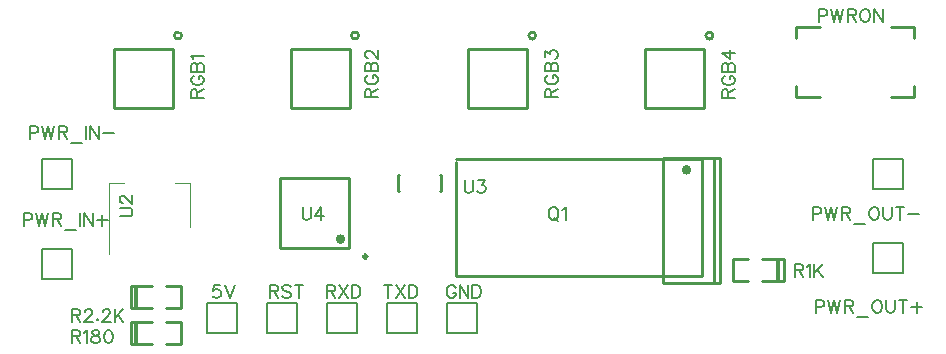
<source format=gto>
G04 ---------------------------- Layer name :TOP SILK LAYER*
G04 EasyEDA v5.4.12, Tue, 22 May 2018 18:49:31 GMT*
G04 d7c983edca6a4b4588ebda3a34a87f28*
G04 Gerber Generator version 0.2*
G04 Scale: 100 percent, Rotated: No, Reflected: No *
G04 Dimensions in millimeters *
G04 leading zeros omitted , absolute positions ,3 integer and 3 decimal *
%FSLAX33Y33*%
%MOMM*%
G90*
G71D02*

%ADD10C,0.254000*%
%ADD11C,0.399999*%
%ADD14C,0.203200*%
%ADD27C,0.119990*%
%ADD28C,0.249999*%
%ADD29C,0.330200*%
%ADD30C,0.202999*%
%ADD31C,0.299999*%
%ADD32C,0.177800*%

%LPD*%
G54D10*
G01X37338Y19304D02*
G01X58166Y19304D01*
G01X58166Y9398D01*
G01X37338Y9398D01*
G01X37338Y19050D01*
G54D27*
G01X14841Y13540D02*
G01X14841Y17302D01*
G01X13578Y17302D01*
G01X8018Y11292D02*
G01X8018Y17302D01*
G01X9281Y17302D01*
G54D10*
G01X35991Y17932D02*
G01X36093Y17932D01*
G01X36093Y16611D01*
G01X35991Y16611D01*
G01X32588Y16611D02*
G01X32435Y16611D01*
G01X32435Y17932D01*
G01X32588Y17932D01*
G01X68171Y24521D02*
G01X66169Y24521D01*
G01X66169Y25521D01*
G01X74170Y30520D02*
G01X76169Y30520D01*
G01X76169Y29519D01*
G01X66169Y29519D02*
G01X66169Y30520D01*
G01X68171Y30520D01*
G01X76169Y25521D02*
G01X76169Y24521D01*
G01X74170Y24521D01*
G54D28*
G01X58379Y28661D02*
G01X58379Y23662D01*
G01X58379Y23662D02*
G01X53380Y23662D01*
G01X53380Y28661D02*
G01X53380Y23662D01*
G01X58379Y28663D02*
G01X53380Y28663D01*
G01X43380Y28661D02*
G01X43380Y23662D01*
G01X43380Y23662D02*
G01X38379Y23662D01*
G01X38379Y28661D02*
G01X38379Y23662D01*
G01X43380Y28663D02*
G01X38379Y28663D01*
G01X28379Y28661D02*
G01X28379Y23662D01*
G01X28379Y23662D02*
G01X23380Y23662D01*
G01X23380Y28661D02*
G01X23380Y23662D01*
G01X28379Y28663D02*
G01X23380Y28663D01*
G01X13380Y28661D02*
G01X13380Y23662D01*
G01X13380Y23662D02*
G01X8379Y23662D01*
G01X8379Y28661D02*
G01X8379Y23662D01*
G01X13380Y28663D02*
G01X8379Y28663D01*
G54D29*
G01X64637Y10779D02*
G01X64637Y9032D01*
G54D10*
G01X63312Y10833D02*
G01X65112Y10833D01*
G01X65112Y8978D01*
G01X62113Y10833D02*
G01X60838Y10833D01*
G01X60838Y8978D01*
G01X60838Y8978D02*
G01X62113Y8978D01*
G01X63312Y8978D02*
G01X65112Y8978D01*
G54D29*
G01X10292Y3698D02*
G01X10292Y5445D01*
G54D10*
G01X11617Y3644D02*
G01X9817Y3644D01*
G01X9817Y5499D01*
G01X12816Y3644D02*
G01X14091Y3644D01*
G01X14091Y5499D01*
G01X14091Y5499D02*
G01X12816Y5499D01*
G01X11617Y5499D02*
G01X9817Y5499D01*
G54D29*
G01X10292Y6746D02*
G01X10292Y8493D01*
G54D10*
G01X11617Y6692D02*
G01X9817Y6692D01*
G01X9817Y8547D01*
G01X12816Y6692D02*
G01X14091Y6692D01*
G01X14091Y8547D01*
G01X14091Y8547D02*
G01X12816Y8547D01*
G01X11617Y8547D02*
G01X9817Y8547D01*
G01X59695Y19397D02*
G01X59695Y8796D01*
G01X54897Y8796D01*
G01X54897Y19397D01*
G01X59695Y19397D01*
G01X59197Y8796D02*
G01X59197Y19397D01*
G01X22451Y11783D02*
G01X28348Y11783D01*
G01X28348Y17680D01*
G01X22451Y17680D01*
G01X22451Y11783D01*
G54D14*
G01X28956Y4572D02*
G01X26416Y4572D01*
G01X26416Y7112D01*
G01X28956Y7112D01*
G01X28956Y5207D01*
G54D30*
G01X28956Y4572D02*
G01X28956Y5207D01*
G54D14*
G01X34036Y4572D02*
G01X31496Y4572D01*
G01X31496Y7112D01*
G01X34036Y7112D01*
G01X34036Y5207D01*
G54D30*
G01X34036Y4572D02*
G01X34036Y5207D01*
G54D14*
G01X23876Y4572D02*
G01X21336Y4572D01*
G01X21336Y7112D01*
G01X23876Y7112D01*
G01X23876Y5207D01*
G54D30*
G01X23876Y4572D02*
G01X23876Y5207D01*
G54D14*
G01X39116Y4572D02*
G01X36576Y4572D01*
G01X36576Y7112D01*
G01X39116Y7112D01*
G01X39116Y5207D01*
G54D30*
G01X39116Y4572D02*
G01X39116Y5207D01*
G54D14*
G01X18796Y4572D02*
G01X16256Y4572D01*
G01X16256Y7112D01*
G01X18796Y7112D01*
G01X18796Y5207D01*
G54D30*
G01X18796Y4572D02*
G01X18796Y5207D01*
G54D14*
G01X4826Y9144D02*
G01X2286Y9144D01*
G01X2286Y11684D01*
G01X4826Y11684D01*
G01X4826Y9779D01*
G54D30*
G01X4826Y9144D02*
G01X4826Y9779D01*
G54D14*
G01X4826Y16764D02*
G01X2286Y16764D01*
G01X2286Y19304D01*
G01X4826Y19304D01*
G01X4826Y17399D01*
G54D30*
G01X4826Y16764D02*
G01X4826Y17399D01*
G54D14*
G01X75184Y16764D02*
G01X72644Y16764D01*
G01X72644Y19304D01*
G01X75184Y19304D01*
G01X75184Y17399D01*
G54D30*
G01X75184Y16764D02*
G01X75184Y17399D01*
G54D14*
G01X75184Y9652D02*
G01X72644Y9652D01*
G01X72644Y12192D01*
G01X75184Y12192D01*
G01X75184Y10287D01*
G54D30*
G01X75184Y9652D02*
G01X75184Y10287D01*
G54D32*
G01X8890Y14457D02*
G01X9667Y14457D01*
G01X9824Y14508D01*
G01X9928Y14612D01*
G01X9979Y14770D01*
G01X9979Y14874D01*
G01X9928Y15029D01*
G01X9824Y15133D01*
G01X9667Y15184D01*
G01X8890Y15184D01*
G01X9149Y15580D02*
G01X9095Y15580D01*
G01X8991Y15631D01*
G01X8940Y15684D01*
G01X8890Y15788D01*
G01X8890Y15994D01*
G01X8940Y16098D01*
G01X8991Y16151D01*
G01X9095Y16202D01*
G01X9199Y16202D01*
G01X9304Y16151D01*
G01X9461Y16047D01*
G01X9979Y15526D01*
G01X9979Y16255D01*
G01X38100Y17526D02*
G01X38100Y16748D01*
G01X38150Y16591D01*
G01X38254Y16487D01*
G01X38412Y16436D01*
G01X38516Y16436D01*
G01X38671Y16487D01*
G01X38775Y16591D01*
G01X38826Y16748D01*
G01X38826Y17526D01*
G01X39273Y17526D02*
G01X39844Y17526D01*
G01X39535Y17111D01*
G01X39690Y17111D01*
G01X39794Y17058D01*
G01X39844Y17007D01*
G01X39898Y16852D01*
G01X39898Y16748D01*
G01X39844Y16591D01*
G01X39740Y16487D01*
G01X39585Y16436D01*
G01X39430Y16436D01*
G01X39273Y16487D01*
G01X39222Y16540D01*
G01X39169Y16644D01*
G01X68072Y32003D02*
G01X68072Y30914D01*
G01X68072Y32003D02*
G01X68539Y32003D01*
G01X68694Y31953D01*
G01X68747Y31902D01*
G01X68798Y31798D01*
G01X68798Y31640D01*
G01X68747Y31536D01*
G01X68694Y31485D01*
G01X68539Y31432D01*
G01X68072Y31432D01*
G01X69141Y32003D02*
G01X69402Y30914D01*
G01X69662Y32003D02*
G01X69402Y30914D01*
G01X69662Y32003D02*
G01X69921Y30914D01*
G01X70180Y32003D02*
G01X69921Y30914D01*
G01X70523Y32003D02*
G01X70523Y30914D01*
G01X70523Y32003D02*
G01X70993Y32003D01*
G01X71147Y31953D01*
G01X71198Y31902D01*
G01X71252Y31798D01*
G01X71252Y31694D01*
G01X71198Y31589D01*
G01X71147Y31536D01*
G01X70993Y31485D01*
G01X70523Y31485D01*
G01X70888Y31485D02*
G01X71252Y30914D01*
G01X71907Y32003D02*
G01X71803Y31953D01*
G01X71699Y31849D01*
G01X71645Y31744D01*
G01X71594Y31589D01*
G01X71594Y31330D01*
G01X71645Y31173D01*
G01X71699Y31069D01*
G01X71803Y30965D01*
G01X71907Y30914D01*
G01X72113Y30914D01*
G01X72217Y30965D01*
G01X72321Y31069D01*
G01X72374Y31173D01*
G01X72425Y31330D01*
G01X72425Y31589D01*
G01X72374Y31744D01*
G01X72321Y31849D01*
G01X72217Y31953D01*
G01X72113Y32003D01*
G01X71907Y32003D01*
G01X72768Y32003D02*
G01X72768Y30914D01*
G01X72768Y32003D02*
G01X73494Y30914D01*
G01X73494Y32003D02*
G01X73494Y30914D01*
G01X59888Y24500D02*
G01X60977Y24500D01*
G01X59888Y24500D02*
G01X59888Y24968D01*
G01X59938Y25123D01*
G01X59989Y25176D01*
G01X60093Y25227D01*
G01X60198Y25227D01*
G01X60302Y25176D01*
G01X60355Y25123D01*
G01X60406Y24968D01*
G01X60406Y24500D01*
G01X60406Y24864D02*
G01X60977Y25227D01*
G01X60147Y26349D02*
G01X60043Y26299D01*
G01X59938Y26195D01*
G01X59888Y26090D01*
G01X59888Y25882D01*
G01X59938Y25778D01*
G01X60043Y25674D01*
G01X60147Y25623D01*
G01X60302Y25570D01*
G01X60561Y25570D01*
G01X60718Y25623D01*
G01X60822Y25674D01*
G01X60926Y25778D01*
G01X60977Y25882D01*
G01X60977Y26090D01*
G01X60926Y26195D01*
G01X60822Y26299D01*
G01X60718Y26349D01*
G01X60561Y26349D01*
G01X60561Y26090D02*
G01X60561Y26349D01*
G01X59888Y26692D02*
G01X60977Y26692D01*
G01X59888Y26692D02*
G01X59888Y27160D01*
G01X59938Y27317D01*
G01X59989Y27368D01*
G01X60093Y27421D01*
G01X60198Y27421D01*
G01X60302Y27368D01*
G01X60355Y27317D01*
G01X60406Y27160D01*
G01X60406Y26692D02*
G01X60406Y27160D01*
G01X60459Y27317D01*
G01X60510Y27368D01*
G01X60614Y27421D01*
G01X60769Y27421D01*
G01X60873Y27368D01*
G01X60926Y27317D01*
G01X60977Y27160D01*
G01X60977Y26692D01*
G01X59888Y28282D02*
G01X60614Y27764D01*
G01X60614Y28541D01*
G01X59888Y28282D02*
G01X60977Y28282D01*
G01X44902Y24554D02*
G01X45991Y24554D01*
G01X44902Y24554D02*
G01X44902Y25021D01*
G01X44952Y25176D01*
G01X45003Y25227D01*
G01X45107Y25280D01*
G01X45212Y25280D01*
G01X45316Y25227D01*
G01X45369Y25176D01*
G01X45420Y25021D01*
G01X45420Y24554D01*
G01X45420Y24917D02*
G01X45991Y25280D01*
G01X45161Y26403D02*
G01X45057Y26349D01*
G01X44952Y26245D01*
G01X44902Y26141D01*
G01X44902Y25935D01*
G01X44952Y25831D01*
G01X45057Y25727D01*
G01X45161Y25674D01*
G01X45316Y25623D01*
G01X45575Y25623D01*
G01X45732Y25674D01*
G01X45836Y25727D01*
G01X45941Y25831D01*
G01X45991Y25935D01*
G01X45991Y26141D01*
G01X45941Y26245D01*
G01X45836Y26349D01*
G01X45732Y26403D01*
G01X45575Y26403D01*
G01X45575Y26141D02*
G01X45575Y26403D01*
G01X44902Y26746D02*
G01X45991Y26746D01*
G01X44902Y26746D02*
G01X44902Y27213D01*
G01X44952Y27368D01*
G01X45003Y27421D01*
G01X45107Y27472D01*
G01X45212Y27472D01*
G01X45316Y27421D01*
G01X45369Y27368D01*
G01X45420Y27213D01*
G01X45420Y26746D02*
G01X45420Y27213D01*
G01X45473Y27368D01*
G01X45524Y27421D01*
G01X45628Y27472D01*
G01X45783Y27472D01*
G01X45887Y27421D01*
G01X45941Y27368D01*
G01X45991Y27213D01*
G01X45991Y26746D01*
G01X44902Y27919D02*
G01X44902Y28491D01*
G01X45316Y28178D01*
G01X45316Y28336D01*
G01X45369Y28440D01*
G01X45420Y28491D01*
G01X45575Y28541D01*
G01X45679Y28541D01*
G01X45836Y28491D01*
G01X45941Y28387D01*
G01X45991Y28232D01*
G01X45991Y28074D01*
G01X45941Y27919D01*
G01X45887Y27868D01*
G01X45783Y27815D01*
G01X29662Y24551D02*
G01X30751Y24551D01*
G01X29662Y24551D02*
G01X29662Y25018D01*
G01X29712Y25173D01*
G01X29763Y25227D01*
G01X29867Y25278D01*
G01X29971Y25278D01*
G01X30076Y25227D01*
G01X30129Y25173D01*
G01X30180Y25018D01*
G01X30180Y24551D01*
G01X30180Y24914D02*
G01X30751Y25278D01*
G01X29921Y26400D02*
G01X29817Y26349D01*
G01X29712Y26245D01*
G01X29662Y26141D01*
G01X29662Y25933D01*
G01X29712Y25829D01*
G01X29817Y25725D01*
G01X29921Y25674D01*
G01X30076Y25620D01*
G01X30335Y25620D01*
G01X30492Y25674D01*
G01X30596Y25725D01*
G01X30700Y25829D01*
G01X30751Y25933D01*
G01X30751Y26141D01*
G01X30700Y26245D01*
G01X30596Y26349D01*
G01X30492Y26400D01*
G01X30335Y26400D01*
G01X30335Y26141D02*
G01X30335Y26400D01*
G01X29662Y26743D02*
G01X30751Y26743D01*
G01X29662Y26743D02*
G01X29662Y27210D01*
G01X29712Y27368D01*
G01X29763Y27419D01*
G01X29867Y27472D01*
G01X29971Y27472D01*
G01X30076Y27419D01*
G01X30129Y27368D01*
G01X30180Y27210D01*
G01X30180Y26743D02*
G01X30180Y27210D01*
G01X30233Y27368D01*
G01X30284Y27419D01*
G01X30388Y27472D01*
G01X30543Y27472D01*
G01X30647Y27419D01*
G01X30700Y27368D01*
G01X30751Y27210D01*
G01X30751Y26743D01*
G01X29921Y27866D02*
G01X29867Y27866D01*
G01X29763Y27917D01*
G01X29712Y27970D01*
G01X29662Y28074D01*
G01X29662Y28282D01*
G01X29712Y28387D01*
G01X29763Y28437D01*
G01X29867Y28488D01*
G01X29971Y28488D01*
G01X30076Y28437D01*
G01X30233Y28333D01*
G01X30751Y27815D01*
G01X30751Y28541D01*
G01X14930Y24513D02*
G01X16019Y24513D01*
G01X14930Y24513D02*
G01X14930Y24980D01*
G01X14980Y25135D01*
G01X15031Y25186D01*
G01X15135Y25239D01*
G01X15240Y25239D01*
G01X15344Y25186D01*
G01X15397Y25135D01*
G01X15448Y24980D01*
G01X15448Y24513D01*
G01X15448Y24876D02*
G01X16019Y25239D01*
G01X15189Y26362D02*
G01X15085Y26309D01*
G01X14980Y26205D01*
G01X14930Y26101D01*
G01X14930Y25895D01*
G01X14980Y25791D01*
G01X15085Y25686D01*
G01X15189Y25633D01*
G01X15344Y25582D01*
G01X15603Y25582D01*
G01X15760Y25633D01*
G01X15864Y25686D01*
G01X15968Y25791D01*
G01X16019Y25895D01*
G01X16019Y26101D01*
G01X15968Y26205D01*
G01X15864Y26309D01*
G01X15760Y26362D01*
G01X15603Y26362D01*
G01X15603Y26101D02*
G01X15603Y26362D01*
G01X14930Y26705D02*
G01X16019Y26705D01*
G01X14930Y26705D02*
G01X14930Y27172D01*
G01X14980Y27327D01*
G01X15031Y27381D01*
G01X15135Y27431D01*
G01X15240Y27431D01*
G01X15344Y27381D01*
G01X15397Y27327D01*
G01X15448Y27172D01*
G01X15448Y26705D02*
G01X15448Y27172D01*
G01X15501Y27327D01*
G01X15552Y27381D01*
G01X15656Y27431D01*
G01X15811Y27431D01*
G01X15915Y27381D01*
G01X15968Y27327D01*
G01X16019Y27172D01*
G01X16019Y26705D01*
G01X15135Y27774D02*
G01X15085Y27879D01*
G01X14930Y28033D01*
G01X16019Y28033D01*
G01X66039Y10414D02*
G01X66039Y9324D01*
G01X66039Y10414D02*
G01X66507Y10414D01*
G01X66662Y10363D01*
G01X66715Y10312D01*
G01X66766Y10208D01*
G01X66766Y10104D01*
G01X66715Y10000D01*
G01X66662Y9946D01*
G01X66507Y9895D01*
G01X66039Y9895D01*
G01X66403Y9895D02*
G01X66766Y9324D01*
G01X67109Y10208D02*
G01X67213Y10259D01*
G01X67370Y10414D01*
G01X67370Y9324D01*
G01X67713Y10414D02*
G01X67713Y9324D01*
G01X68440Y10414D02*
G01X67713Y9687D01*
G01X67972Y9946D02*
G01X68440Y9324D01*
G01X4826Y4826D02*
G01X4826Y3736D01*
G01X4826Y4826D02*
G01X5293Y4826D01*
G01X5448Y4775D01*
G01X5501Y4724D01*
G01X5552Y4620D01*
G01X5552Y4516D01*
G01X5501Y4411D01*
G01X5448Y4358D01*
G01X5293Y4307D01*
G01X4826Y4307D01*
G01X5189Y4307D02*
G01X5552Y3736D01*
G01X5895Y4620D02*
G01X5999Y4671D01*
G01X6156Y4826D01*
G01X6156Y3736D01*
G01X6758Y4826D02*
G01X6604Y4775D01*
G01X6550Y4671D01*
G01X6550Y4566D01*
G01X6604Y4462D01*
G01X6705Y4411D01*
G01X6913Y4358D01*
G01X7071Y4307D01*
G01X7175Y4203D01*
G01X7226Y4099D01*
G01X7226Y3944D01*
G01X7175Y3840D01*
G01X7122Y3787D01*
G01X6967Y3736D01*
G01X6758Y3736D01*
G01X6604Y3787D01*
G01X6550Y3840D01*
G01X6499Y3944D01*
G01X6499Y4099D01*
G01X6550Y4203D01*
G01X6654Y4307D01*
G01X6809Y4358D01*
G01X7018Y4411D01*
G01X7122Y4462D01*
G01X7175Y4566D01*
G01X7175Y4671D01*
G01X7122Y4775D01*
G01X6967Y4826D01*
G01X6758Y4826D01*
G01X7881Y4826D02*
G01X7724Y4775D01*
G01X7620Y4620D01*
G01X7569Y4358D01*
G01X7569Y4203D01*
G01X7620Y3944D01*
G01X7724Y3787D01*
G01X7881Y3736D01*
G01X7985Y3736D01*
G01X8140Y3787D01*
G01X8244Y3944D01*
G01X8295Y4203D01*
G01X8295Y4358D01*
G01X8244Y4620D01*
G01X8140Y4775D01*
G01X7985Y4826D01*
G01X7881Y4826D01*
G01X4826Y6604D02*
G01X4826Y5514D01*
G01X4826Y6604D02*
G01X5293Y6604D01*
G01X5448Y6553D01*
G01X5501Y6502D01*
G01X5552Y6398D01*
G01X5552Y6294D01*
G01X5501Y6189D01*
G01X5448Y6136D01*
G01X5293Y6085D01*
G01X4826Y6085D01*
G01X5189Y6085D02*
G01X5552Y5514D01*
G01X5948Y6344D02*
G01X5948Y6398D01*
G01X5999Y6502D01*
G01X6052Y6553D01*
G01X6156Y6604D01*
G01X6362Y6604D01*
G01X6466Y6553D01*
G01X6520Y6502D01*
G01X6570Y6398D01*
G01X6570Y6294D01*
G01X6520Y6189D01*
G01X6416Y6032D01*
G01X5895Y5514D01*
G01X6624Y5514D01*
G01X7018Y5773D02*
G01X6967Y5722D01*
G01X7018Y5669D01*
G01X7071Y5722D01*
G01X7018Y5773D01*
G01X7465Y6344D02*
G01X7465Y6398D01*
G01X7518Y6502D01*
G01X7569Y6553D01*
G01X7673Y6604D01*
G01X7881Y6604D01*
G01X7985Y6553D01*
G01X8036Y6502D01*
G01X8089Y6398D01*
G01X8089Y6294D01*
G01X8036Y6189D01*
G01X7932Y6032D01*
G01X7414Y5514D01*
G01X8140Y5514D01*
G01X8483Y6604D02*
G01X8483Y5514D01*
G01X9210Y6604D02*
G01X8483Y5877D01*
G01X8742Y6136D02*
G01X9210Y5514D01*
G01X45524Y15240D02*
G01X45420Y15189D01*
G01X45316Y15085D01*
G01X45262Y14980D01*
G01X45212Y14825D01*
G01X45212Y14566D01*
G01X45262Y14409D01*
G01X45316Y14305D01*
G01X45420Y14201D01*
G01X45524Y14150D01*
G01X45732Y14150D01*
G01X45834Y14201D01*
G01X45938Y14305D01*
G01X45991Y14409D01*
G01X46042Y14566D01*
G01X46042Y14825D01*
G01X45991Y14980D01*
G01X45938Y15085D01*
G01X45834Y15189D01*
G01X45732Y15240D01*
G01X45524Y15240D01*
G01X45679Y14358D02*
G01X45991Y14046D01*
G01X46385Y15034D02*
G01X46489Y15085D01*
G01X46647Y15240D01*
G01X46647Y14150D01*
G01X24384Y15240D02*
G01X24384Y14462D01*
G01X24434Y14305D01*
G01X24538Y14201D01*
G01X24696Y14150D01*
G01X24800Y14150D01*
G01X24955Y14201D01*
G01X25059Y14305D01*
G01X25110Y14462D01*
G01X25110Y15240D01*
G01X25974Y15240D02*
G01X25453Y14513D01*
G01X26233Y14513D01*
G01X25974Y15240D02*
G01X25974Y14150D01*
G01X26416Y8636D02*
G01X26416Y7546D01*
G01X26416Y8636D02*
G01X26883Y8636D01*
G01X27038Y8585D01*
G01X27091Y8534D01*
G01X27142Y8430D01*
G01X27142Y8326D01*
G01X27091Y8221D01*
G01X27038Y8168D01*
G01X26883Y8117D01*
G01X26416Y8117D01*
G01X26779Y8117D02*
G01X27142Y7546D01*
G01X27485Y8636D02*
G01X28214Y7546D01*
G01X28214Y8636D02*
G01X27485Y7546D01*
G01X28557Y8636D02*
G01X28557Y7546D01*
G01X28557Y8636D02*
G01X28920Y8636D01*
G01X29075Y8585D01*
G01X29179Y8481D01*
G01X29232Y8376D01*
G01X29283Y8221D01*
G01X29283Y7962D01*
G01X29232Y7805D01*
G01X29179Y7701D01*
G01X29075Y7597D01*
G01X28920Y7546D01*
G01X28557Y7546D01*
G01X31605Y8636D02*
G01X31605Y7546D01*
G01X31242Y8636D02*
G01X31968Y8636D01*
G01X32311Y8636D02*
G01X33040Y7546D01*
G01X33040Y8636D02*
G01X32311Y7546D01*
G01X33383Y8636D02*
G01X33383Y7546D01*
G01X33383Y8636D02*
G01X33746Y8636D01*
G01X33901Y8585D01*
G01X34005Y8481D01*
G01X34058Y8376D01*
G01X34109Y8221D01*
G01X34109Y7962D01*
G01X34058Y7805D01*
G01X34005Y7701D01*
G01X33901Y7597D01*
G01X33746Y7546D01*
G01X33383Y7546D01*
G01X21590Y8636D02*
G01X21590Y7546D01*
G01X21590Y8636D02*
G01X22057Y8636D01*
G01X22212Y8585D01*
G01X22265Y8534D01*
G01X22316Y8430D01*
G01X22316Y8326D01*
G01X22265Y8221D01*
G01X22212Y8168D01*
G01X22057Y8117D01*
G01X21590Y8117D01*
G01X21953Y8117D02*
G01X22316Y7546D01*
G01X23388Y8481D02*
G01X23284Y8585D01*
G01X23126Y8636D01*
G01X22920Y8636D01*
G01X22763Y8585D01*
G01X22659Y8481D01*
G01X22659Y8376D01*
G01X22712Y8272D01*
G01X22763Y8221D01*
G01X22867Y8168D01*
G01X23180Y8064D01*
G01X23284Y8013D01*
G01X23334Y7962D01*
G01X23388Y7858D01*
G01X23388Y7701D01*
G01X23284Y7597D01*
G01X23126Y7546D01*
G01X22920Y7546D01*
G01X22763Y7597D01*
G01X22659Y7701D01*
G01X24094Y8636D02*
G01X24094Y7546D01*
G01X23731Y8636D02*
G01X24457Y8636D01*
G01X37355Y8376D02*
G01X37302Y8481D01*
G01X37198Y8585D01*
G01X37096Y8636D01*
G01X36888Y8636D01*
G01X36784Y8585D01*
G01X36680Y8481D01*
G01X36626Y8376D01*
G01X36576Y8221D01*
G01X36576Y7962D01*
G01X36626Y7805D01*
G01X36680Y7701D01*
G01X36784Y7597D01*
G01X36888Y7546D01*
G01X37096Y7546D01*
G01X37198Y7597D01*
G01X37302Y7701D01*
G01X37355Y7805D01*
G01X37355Y7962D01*
G01X37096Y7962D02*
G01X37355Y7962D01*
G01X37698Y8636D02*
G01X37698Y7546D01*
G01X37698Y8636D02*
G01X38425Y7546D01*
G01X38425Y8636D02*
G01X38425Y7546D01*
G01X38768Y8636D02*
G01X38768Y7546D01*
G01X38768Y8636D02*
G01X39131Y8636D01*
G01X39288Y8585D01*
G01X39392Y8481D01*
G01X39443Y8376D01*
G01X39497Y8221D01*
G01X39497Y7962D01*
G01X39443Y7805D01*
G01X39392Y7701D01*
G01X39288Y7597D01*
G01X39131Y7546D01*
G01X38768Y7546D01*
G01X17386Y8636D02*
G01X16868Y8636D01*
G01X16814Y8168D01*
G01X16868Y8221D01*
G01X17023Y8272D01*
G01X17180Y8272D01*
G01X17335Y8221D01*
G01X17439Y8117D01*
G01X17490Y7962D01*
G01X17490Y7858D01*
G01X17439Y7701D01*
G01X17335Y7597D01*
G01X17180Y7546D01*
G01X17023Y7546D01*
G01X16868Y7597D01*
G01X16814Y7650D01*
G01X16764Y7754D01*
G01X17833Y8636D02*
G01X18249Y7546D01*
G01X18666Y8636D02*
G01X18249Y7546D01*
G01X762Y14732D02*
G01X762Y13642D01*
G01X762Y14732D02*
G01X1229Y14732D01*
G01X1384Y14681D01*
G01X1437Y14630D01*
G01X1488Y14526D01*
G01X1488Y14368D01*
G01X1437Y14264D01*
G01X1384Y14213D01*
G01X1229Y14160D01*
G01X762Y14160D01*
G01X1831Y14732D02*
G01X2092Y13642D01*
G01X2352Y14732D02*
G01X2092Y13642D01*
G01X2352Y14732D02*
G01X2611Y13642D01*
G01X2870Y14732D02*
G01X2611Y13642D01*
G01X3213Y14732D02*
G01X3213Y13642D01*
G01X3213Y14732D02*
G01X3683Y14732D01*
G01X3837Y14681D01*
G01X3888Y14630D01*
G01X3942Y14526D01*
G01X3942Y14422D01*
G01X3888Y14317D01*
G01X3837Y14264D01*
G01X3683Y14213D01*
G01X3213Y14213D01*
G01X3578Y14213D02*
G01X3942Y13642D01*
G01X4284Y13279D02*
G01X5219Y13279D01*
G01X5562Y14732D02*
G01X5562Y13642D01*
G01X5905Y14732D02*
G01X5905Y13642D01*
G01X5905Y14732D02*
G01X6631Y13642D01*
G01X6631Y14732D02*
G01X6631Y13642D01*
G01X7442Y14577D02*
G01X7442Y13642D01*
G01X6974Y14109D02*
G01X7912Y14109D01*
G01X1270Y22098D02*
G01X1270Y21008D01*
G01X1270Y22098D02*
G01X1737Y22098D01*
G01X1892Y22047D01*
G01X1945Y21996D01*
G01X1996Y21892D01*
G01X1996Y21734D01*
G01X1945Y21630D01*
G01X1892Y21579D01*
G01X1737Y21526D01*
G01X1270Y21526D01*
G01X2339Y22098D02*
G01X2600Y21008D01*
G01X2860Y22098D02*
G01X2600Y21008D01*
G01X2860Y22098D02*
G01X3119Y21008D01*
G01X3378Y22098D02*
G01X3119Y21008D01*
G01X3721Y22098D02*
G01X3721Y21008D01*
G01X3721Y22098D02*
G01X4191Y22098D01*
G01X4345Y22047D01*
G01X4396Y21996D01*
G01X4450Y21892D01*
G01X4450Y21788D01*
G01X4396Y21683D01*
G01X4345Y21630D01*
G01X4191Y21579D01*
G01X3721Y21579D01*
G01X4086Y21579D02*
G01X4450Y21008D01*
G01X4792Y20645D02*
G01X5727Y20645D01*
G01X6070Y22098D02*
G01X6070Y21008D01*
G01X6413Y22098D02*
G01X6413Y21008D01*
G01X6413Y22098D02*
G01X7139Y21008D01*
G01X7139Y22098D02*
G01X7139Y21008D01*
G01X7482Y21475D02*
G01X8420Y21475D01*
G01X67564Y15240D02*
G01X67564Y14150D01*
G01X67564Y15240D02*
G01X68031Y15240D01*
G01X68186Y15189D01*
G01X68239Y15138D01*
G01X68290Y15034D01*
G01X68290Y14876D01*
G01X68239Y14772D01*
G01X68186Y14721D01*
G01X68031Y14668D01*
G01X67564Y14668D01*
G01X68633Y15240D02*
G01X68894Y14150D01*
G01X69154Y15240D02*
G01X68894Y14150D01*
G01X69154Y15240D02*
G01X69413Y14150D01*
G01X69672Y15240D02*
G01X69413Y14150D01*
G01X70015Y15240D02*
G01X70015Y14150D01*
G01X70015Y15240D02*
G01X70485Y15240D01*
G01X70639Y15189D01*
G01X70690Y15138D01*
G01X70744Y15034D01*
G01X70744Y14930D01*
G01X70690Y14825D01*
G01X70639Y14772D01*
G01X70485Y14721D01*
G01X70015Y14721D01*
G01X70380Y14721D02*
G01X70744Y14150D01*
G01X71086Y13787D02*
G01X72021Y13787D01*
G01X72677Y15240D02*
G01X72572Y15189D01*
G01X72468Y15085D01*
G01X72415Y14980D01*
G01X72364Y14825D01*
G01X72364Y14566D01*
G01X72415Y14409D01*
G01X72468Y14305D01*
G01X72572Y14201D01*
G01X72677Y14150D01*
G01X72885Y14150D01*
G01X72986Y14201D01*
G01X73091Y14305D01*
G01X73144Y14409D01*
G01X73195Y14566D01*
G01X73195Y14825D01*
G01X73144Y14980D01*
G01X73091Y15085D01*
G01X72986Y15189D01*
G01X72885Y15240D01*
G01X72677Y15240D01*
G01X73538Y15240D02*
G01X73538Y14462D01*
G01X73591Y14305D01*
G01X73695Y14201D01*
G01X73850Y14150D01*
G01X73954Y14150D01*
G01X74109Y14201D01*
G01X74213Y14305D01*
G01X74267Y14462D01*
G01X74267Y15240D01*
G01X74973Y15240D02*
G01X74973Y14150D01*
G01X74609Y15240D02*
G01X75336Y15240D01*
G01X75679Y14617D02*
G01X76614Y14617D01*
G01X67818Y7366D02*
G01X67818Y6276D01*
G01X67818Y7366D02*
G01X68285Y7366D01*
G01X68440Y7315D01*
G01X68493Y7264D01*
G01X68544Y7160D01*
G01X68544Y7002D01*
G01X68493Y6898D01*
G01X68440Y6847D01*
G01X68285Y6794D01*
G01X67818Y6794D01*
G01X68887Y7366D02*
G01X69148Y6276D01*
G01X69408Y7366D02*
G01X69148Y6276D01*
G01X69408Y7366D02*
G01X69667Y6276D01*
G01X69926Y7366D02*
G01X69667Y6276D01*
G01X70269Y7366D02*
G01X70269Y6276D01*
G01X70269Y7366D02*
G01X70739Y7366D01*
G01X70893Y7315D01*
G01X70944Y7264D01*
G01X70998Y7160D01*
G01X70998Y7056D01*
G01X70944Y6951D01*
G01X70893Y6898D01*
G01X70739Y6847D01*
G01X70269Y6847D01*
G01X70634Y6847D02*
G01X70998Y6276D01*
G01X71340Y5913D02*
G01X72275Y5913D01*
G01X72931Y7366D02*
G01X72826Y7315D01*
G01X72722Y7211D01*
G01X72669Y7106D01*
G01X72618Y6951D01*
G01X72618Y6692D01*
G01X72669Y6535D01*
G01X72722Y6431D01*
G01X72826Y6327D01*
G01X72931Y6276D01*
G01X73139Y6276D01*
G01X73240Y6327D01*
G01X73345Y6431D01*
G01X73398Y6535D01*
G01X73449Y6692D01*
G01X73449Y6951D01*
G01X73398Y7106D01*
G01X73345Y7211D01*
G01X73240Y7315D01*
G01X73139Y7366D01*
G01X72931Y7366D01*
G01X73792Y7366D02*
G01X73792Y6588D01*
G01X73845Y6431D01*
G01X73949Y6327D01*
G01X74104Y6276D01*
G01X74208Y6276D01*
G01X74363Y6327D01*
G01X74467Y6431D01*
G01X74521Y6588D01*
G01X74521Y7366D01*
G01X75227Y7366D02*
G01X75227Y6276D01*
G01X74863Y7366D02*
G01X75590Y7366D01*
G01X76400Y7211D02*
G01X76400Y6276D01*
G01X75933Y6743D02*
G01X76868Y6743D01*
G54D11*
G75*
G01X57097Y18397D02*
G3X57097Y18395I-200J-1D01*
G01*
G54D31*
G75*
G01X29550Y11031D02*
G3X29550Y11034I150J1D01*
G01*
G54D11*
G75*
G01X27399Y12532D02*
G3X27399Y12535I200J1D01*
G01*
G54D10*
G75*
G01X59129Y29762D02*
G03X59129Y29762I-300J0D01*
G01*
G75*
G01X44129Y29762D02*
G03X44129Y29762I-300J0D01*
G01*
G75*
G01X29129Y29762D02*
G03X29129Y29762I-300J0D01*
G01*
G75*
G01X14129Y29762D02*
G03X14129Y29762I-300J0D01*
G01*
M00*
M02*

</source>
